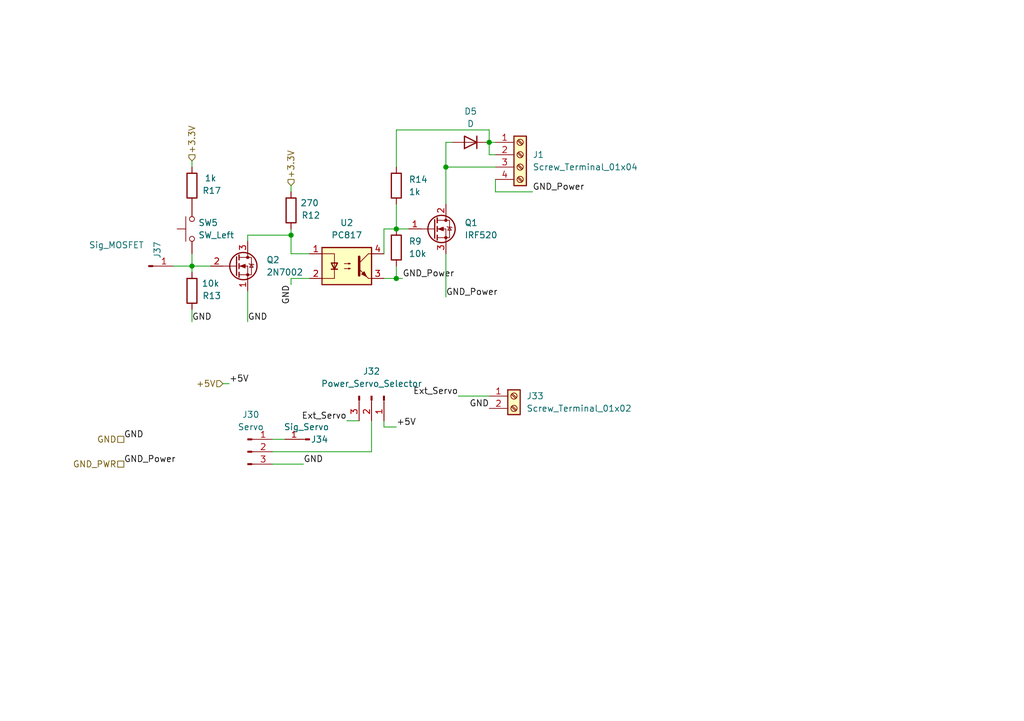
<source format=kicad_sch>
(kicad_sch (version 20231120) (generator "eeschema") (generator_version "8.0")
  (paper "A5")
  (title_block (title "Power") (date "2024-08-29") (rev "1.0") (company "Designed by CREPP-NLG"))
  (lib_symbols
    (symbol "Connector:Conn_01x01_Pin" (pin_names (offset 1.016) hide)
      (property "Reference" "J" (at 0 2.54 0))
      (property "Value" "Conn_01x01_Pin" (at 0 -2.54 0))
      (symbol "Conn_01x01_Pin_1_1"
        (polyline (pts (xy 1.27 0) (xy 0.8636 0)) (stroke (width 0.1524)))
        (rectangle (start 0.8636 0.127) (end 0 -0.127) (stroke (width 0.1524)) (fill (type outline)))
        (pin passive line (at 5.08 0 180) (length 3.81) (name "Pin_1") (number "1"))
      )
    )
    (symbol "Connector:Conn_01x03_Pin" (pin_names (offset 1.016) hide)
      (property "Reference" "J" (at 0 5.08 0))
      (property "Value" "Conn_01x03_Pin" (at 0 -5.08 0))
      (symbol "Conn_01x03_Pin_1_1"
        (polyline (pts (xy 1.27 -2.54) (xy 0.8636 -2.54)) (stroke (width 0.1524)))
        (polyline (pts (xy 1.27 0) (xy 0.8636 0)) (stroke (width 0.1524)))
        (polyline (pts (xy 1.27 2.54) (xy 0.8636 2.54)) (stroke (width 0.1524)))
        (rectangle (start 0.8636 -2.413) (end 0 -2.667) (stroke (width 0.1524)) (fill (type outline)))
        (rectangle (start 0.8636 0.127) (end 0 -0.127) (stroke (width 0.1524)) (fill (type outline)))
        (rectangle (start 0.8636 2.667) (end 0 2.413) (stroke (width 0.1524)) (fill (type outline)))
        (pin passive line (at 5.08 2.54 180) (length 3.81) (name "Pin_1") (number "1"))
        (pin passive line (at 5.08 0 180) (length 3.81) (name "Pin_2") (number "2"))
        (pin passive line (at 5.08 -2.54 180) (length 3.81) (name "Pin_3") (number "3"))
      )
    )
    (symbol "Connector:Screw_Terminal_01x02" (pin_names (offset 1.016) hide)
      (property "Reference" "J" (at 0 2.54 0))
      (property "Value" "Screw_Terminal_01x02" (at 0 -5.08 0))
      (symbol "Screw_Terminal_01x02_1_1"
        (rectangle (start -1.27 1.27) (end 1.27 -3.81) (stroke (width 0.254)) (fill (type background)))
        (circle (center 0 -2.54) (radius 0.635) (stroke (width 0.1524)))
        (polyline (pts (xy -0.5334 -2.2098) (xy 0.3302 -3.048)) (stroke (width 0.1524)))
        (polyline (pts (xy -0.5334 0.3302) (xy 0.3302 -0.508)) (stroke (width 0.1524)))
        (polyline (pts (xy -0.3556 -2.032) (xy 0.508 -2.8702)) (stroke (width 0.1524)))
        (polyline (pts (xy -0.3556 0.508) (xy 0.508 -0.3302)) (stroke (width 0.1524)))
        (circle (center 0 0) (radius 0.635) (stroke (width 0.1524)))
        (pin passive line (at -5.08 0 0) (length 3.81) (name "Pin_1") (number "1"))
        (pin passive line (at -5.08 -2.54 0) (length 3.81) (name "Pin_2") (number "2"))
      )
    )
    (symbol "Connector:Screw_Terminal_01x04" (pin_names (offset 1.016) hide)
      (property "Reference" "J" (at 0 5.08 0))
      (property "Value" "Screw_Terminal_01x04" (at 0 -7.62 0))
      (symbol "Screw_Terminal_01x04_1_1"
        (rectangle (start -1.27 3.81) (end 1.27 -6.35) (stroke (width 0.254)) (fill (type background)))
        (circle (center 0 -5.08) (radius 0.635) (stroke (width 0.1524)))
        (circle (center 0 -2.54) (radius 0.635) (stroke (width 0.1524)))
        (polyline (pts (xy -0.5334 -4.7498) (xy 0.3302 -5.588)) (stroke (width 0.1524)))
        (polyline (pts (xy -0.5334 -2.2098) (xy 0.3302 -3.048)) (stroke (width 0.1524)))
        (polyline (pts (xy -0.5334 0.3302) (xy 0.3302 -0.508)) (stroke (width 0.1524)))
        (polyline (pts (xy -0.5334 2.8702) (xy 0.3302 2.032)) (stroke (width 0.1524)))
        (polyline (pts (xy -0.3556 -4.572) (xy 0.508 -5.4102)) (stroke (width 0.1524)))
        (polyline (pts (xy -0.3556 -2.032) (xy 0.508 -2.8702)) (stroke (width 0.1524)))
        (polyline (pts (xy -0.3556 0.508) (xy 0.508 -0.3302)) (stroke (width 0.1524)))
        (polyline (pts (xy -0.3556 3.048) (xy 0.508 2.2098)) (stroke (width 0.1524)))
        (circle (center 0 0) (radius 0.635) (stroke (width 0.1524)))
        (circle (center 0 2.54) (radius 0.635) (stroke (width 0.1524)))
        (pin passive line (at -5.08 2.54 0) (length 3.81) (name "Pin_1") (number "1"))
        (pin passive line (at -5.08 0 0) (length 3.81) (name "Pin_2") (number "2"))
        (pin passive line (at -5.08 -2.54 0) (length 3.81) (name "Pin_3") (number "3"))
        (pin passive line (at -5.08 -5.08 0) (length 3.81) (name "Pin_4") (number "4"))
      )
    )
    (symbol "Device:D" (pin_numbers hide) (pin_names (offset 1.016) hide)
      (property "Reference" "D" (at 0 2.54 0))
      (property "Value" "D" (at 0 -2.54 0))
      (symbol "D_0_1"
        (polyline (pts (xy -1.27 1.27) (xy -1.27 -1.27)) (stroke (width 0.254)))
        (polyline (pts (xy 1.27 0) (xy -1.27 0)))
        (polyline (pts (xy 1.27 1.27) (xy 1.27 -1.27) (xy -1.27 0) (xy 1.27 1.27)) (stroke (width 0.254)))
      )
      (symbol "D_1_1"
        (pin passive line (at -3.81 0 0) (length 2.54) (name "K") (number "1"))
        (pin passive line (at 3.81 0 180) (length 2.54) (name "A") (number "2"))
      )
    )
    (symbol "Device:R" (pin_numbers hide) (pin_names (offset 0))
      (property "Reference" "R" (at 2.032 0 90))
      (property "Value" "R" (at 0 0 90))
      (symbol "R_0_1"
        (rectangle (start -1.016 -2.54) (end 1.016 2.54) (stroke (width 0.254)))
      )
      (symbol "R_1_1"
        (pin passive line (at 0 3.81 270) (length 1.27) (name "~") (number "1"))
        (pin passive line (at 0 -3.81 90) (length 1.27) (name "~") (number "2"))
      )
    )
    (symbol "Isolator:PC817" (pin_names (offset 1.016))
      (property "Reference" "U" (at -5.08 5.08 0))
      (property "Value" "PC817" (at 0 5.08 0))
      (symbol "PC817_0_1"
        (rectangle (start -5.08 3.81) (end 5.08 -3.81) (stroke (width 0.254)) (fill (type background)))
        (polyline (pts (xy -3.175 -0.635) (xy -1.905 -0.635)) (stroke (width 0.254)))
        (polyline (pts (xy 2.54 0.635) (xy 4.445 2.54)))
        (polyline (pts (xy 4.445 -2.54) (xy 2.54 -0.635)) (fill (type outline)))
        (polyline (pts (xy 4.445 -2.54) (xy 5.08 -2.54)))
        (polyline (pts (xy 4.445 2.54) (xy 5.08 2.54)))
        (polyline (pts (xy -5.08 2.54) (xy -2.54 2.54) (xy -2.54 -0.635)))
        (polyline (pts (xy -2.54 -0.635) (xy -2.54 -2.54) (xy -5.08 -2.54)))
        (polyline (pts (xy 2.54 1.905) (xy 2.54 -1.905) (xy 2.54 -1.905)) (stroke (width 0.508)))
        (polyline (pts (xy -2.54 -0.635) (xy -3.175 0.635) (xy -1.905 0.635) (xy -2.54 -0.635)) (stroke (width 0.254)))
        (polyline (pts (xy -0.508 -0.508) (xy 0.762 -0.508) (xy 0.381 -0.635) (xy 0.381 -0.381) (xy 0.762 -0.508)))
        (polyline (pts (xy -0.508 0.508) (xy 0.762 0.508) (xy 0.381 0.381) (xy 0.381 0.635) (xy 0.762 0.508)))
        (polyline (pts (xy 3.048 -1.651) (xy 3.556 -1.143) (xy 4.064 -2.159) (xy 3.048 -1.651) (xy 3.048 -1.651)) (fill (type outline)))
      )
      (symbol "PC817_1_1"
        (pin passive line (at -7.62 2.54 0) (length 2.54) (name "~") (number "1"))
        (pin passive line (at -7.62 -2.54 0) (length 2.54) (name "~") (number "2"))
        (pin passive line (at 7.62 -2.54 180) (length 2.54) (name "~") (number "3"))
        (pin passive line (at 7.62 2.54 180) (length 2.54) (name "~") (number "4"))
      )
    )
    (symbol "Switch:SW_Push" (pin_numbers hide) (pin_names (offset 1.016) hide)
      (property "Reference" "SW" (at 1.27 2.54 0))
      (property "Value" "SW_Push" (at 0 -1.524 0))
      (symbol "SW_Push_0_1"
        (circle (center -2.032 0) (radius 0.508))
        (polyline (pts (xy 0 1.27) (xy 0 3.048)))
        (polyline (pts (xy 2.54 1.27) (xy -2.54 1.27)))
        (circle (center 2.032 0) (radius 0.508))
        (pin passive line (at -5.08 0 0) (length 2.54) (name "1") (number "1"))
        (pin passive line (at 5.08 0 180) (length 2.54) (name "2") (number "2"))
      )
    )
    (symbol "Transistor_FET:2N7000" (pin_names hide)
      (property "Reference" "Q" (at 5.08 1.905 0))
      (property "Value" "2N7000" (at 5.08 0 0))
      (symbol "2N7000_0_1"
        (polyline (pts (xy 0.254 0) (xy -2.54 0)))
        (polyline (pts (xy 0.254 1.905) (xy 0.254 -1.905)) (stroke (width 0.254)))
        (polyline (pts (xy 0.762 -1.27) (xy 0.762 -2.286)) (stroke (width 0.254)))
        (polyline (pts (xy 0.762 0.508) (xy 0.762 -0.508)) (stroke (width 0.254)))
        (polyline (pts (xy 0.762 2.286) (xy 0.762 1.27)) (stroke (width 0.254)))
        (polyline (pts (xy 2.54 2.54) (xy 2.54 1.778)))
        (polyline (pts (xy 2.54 -2.54) (xy 2.54 0) (xy 0.762 0)))
        (polyline (pts (xy 0.762 -1.778) (xy 3.302 -1.778) (xy 3.302 1.778) (xy 0.762 1.778)))
        (polyline (pts (xy 1.016 0) (xy 2.032 0.381) (xy 2.032 -0.381) (xy 1.016 0)) (fill (type outline)))
        (polyline (pts (xy 2.794 0.508) (xy 2.921 0.381) (xy 3.683 0.381) (xy 3.81 0.254)))
        (polyline (pts (xy 3.302 0.381) (xy 2.921 -0.254) (xy 3.683 -0.254) (xy 3.302 0.381)))
        (circle (center 1.651 0) (radius 2.794) (stroke (width 0.254)))
        (circle (center 2.54 -1.778) (radius 0.254) (fill (type outline)))
        (circle (center 2.54 1.778) (radius 0.254) (fill (type outline)))
      )
      (symbol "2N7000_1_1"
        (pin passive line (at 2.54 -5.08 90) (length 2.54) (name "S") (number "1"))
        (pin input line (at -5.08 0 0) (length 2.54) (name "G") (number "2"))
        (pin passive line (at 2.54 5.08 270) (length 2.54) (name "D") (number "3"))
      )
    )
    (symbol "Transistor_FET:IRF540N" (pin_names hide)
      (property "Reference" "Q" (at 5.08 1.905 0))
      (property "Value" "IRF540N" (at 5.08 0 0))
      (symbol "IRF540N_0_1"
        (polyline (pts (xy 0.254 0) (xy -2.54 0)))
        (polyline (pts (xy 0.254 1.905) (xy 0.254 -1.905)) (stroke (width 0.254)))
        (polyline (pts (xy 0.762 -1.27) (xy 0.762 -2.286)) (stroke (width 0.254)))
        (polyline (pts (xy 0.762 0.508) (xy 0.762 -0.508)) (stroke (width 0.254)))
        (polyline (pts (xy 0.762 2.286) (xy 0.762 1.27)) (stroke (width 0.254)))
        (polyline (pts (xy 2.54 2.54) (xy 2.54 1.778)))
        (polyline (pts (xy 2.54 -2.54) (xy 2.54 0) (xy 0.762 0)))
        (polyline (pts (xy 0.762 -1.778) (xy 3.302 -1.778) (xy 3.302 1.778) (xy 0.762 1.778)))
        (polyline (pts (xy 1.016 0) (xy 2.032 0.381) (xy 2.032 -0.381) (xy 1.016 0)) (fill (type outline)))
        (polyline (pts (xy 2.794 0.508) (xy 2.921 0.381) (xy 3.683 0.381) (xy 3.81 0.254)))
        (polyline (pts (xy 3.302 0.381) (xy 2.921 -0.254) (xy 3.683 -0.254) (xy 3.302 0.381)))
        (circle (center 1.651 0) (radius 2.794) (stroke (width 0.254)))
        (circle (center 2.54 -1.778) (radius 0.254) (fill (type outline)))
        (circle (center 2.54 1.778) (radius 0.254) (fill (type outline)))
      )
      (symbol "IRF540N_1_1"
        (pin input line (at -5.08 0 0) (length 2.54) (name "G") (number "1"))
        (pin passive line (at 2.54 5.08 270) (length 2.54) (name "D") (number "2"))
        (pin passive line (at 2.54 -5.08 90) (length 2.54) (name "S") (number "3"))
      )
    )
  )
  (junction (at 81.28 46.99))
  (junction (at 81.28 57.15))
  (junction (at 100.33 29.21))
  (junction (at 59.69 48.26))
  (junction (at 91.44 34.29))
  (junction (at 39.37 54.61))
  (wire (pts (xy 39.37 63.5) (xy 39.37 66.04)))
  (wire (pts (xy 39.37 33.02) (xy 39.37 34.29)))
  (wire (pts (xy 78.74 87.63) (xy 78.74 86.36)))
  (wire (pts (xy 71.12 86.36) (xy 73.66 86.36)))
  (wire (pts (xy 100.33 29.21) (xy 100.33 26.67)))
  (wire (pts (xy 91.44 52.07) (xy 91.44 60.96)))
  (wire (pts (xy 81.28 57.15) (xy 78.74 57.15)))
  (wire (pts (xy 45.72 78.74) (xy 46.99 78.74)))
  (wire (pts (xy 39.37 55.88) (xy 39.37 54.61)))
  (wire (pts (xy 76.2 92.71) (xy 55.88 92.71)))
  (wire (pts (xy 81.28 46.99) (xy 83.82 46.99)))
  (wire (pts (xy 100.33 31.75) (xy 101.6 31.75)))
  (wire (pts (xy 100.33 29.21) (xy 100.33 31.75)))
  (wire (pts (xy 55.88 95.25) (xy 62.23 95.25)))
  (wire (pts (xy 81.28 26.67) (xy 81.28 34.29)))
  (wire (pts (xy 93.98 81.28) (xy 100.33 81.28)))
  (wire (pts (xy 59.69 52.07) (xy 59.69 48.26)))
  (wire (pts (xy 82.55 57.15) (xy 81.28 57.15)))
  (wire (pts (xy 39.37 54.61) (xy 43.18 54.61)))
  (wire (pts (xy 59.69 57.15) (xy 63.5 57.15)))
  (wire (pts (xy 91.44 34.29) (xy 91.44 41.91)))
  (wire (pts (xy 39.37 52.07) (xy 39.37 54.61)))
  (wire (pts (xy 101.6 34.29) (xy 91.44 34.29)))
  (wire (pts (xy 50.8 48.26) (xy 59.69 48.26)))
  (wire (pts (xy 59.69 46.99) (xy 59.69 48.26)))
  (wire (pts (xy 78.74 46.99) (xy 81.28 46.99)))
  (wire (pts (xy 100.33 26.67) (xy 81.28 26.67)))
  (wire (pts (xy 50.8 59.69) (xy 50.8 66.04)))
  (wire (pts (xy 59.69 58.42) (xy 59.69 57.15)))
  (wire (pts (xy 35.56 54.61) (xy 39.37 54.61)))
  (wire (pts (xy 76.2 86.36) (xy 76.2 92.71)))
  (wire (pts (xy 92.71 29.21) (xy 91.44 29.21)))
  (wire (pts (xy 81.28 41.91) (xy 81.28 46.99)))
  (wire (pts (xy 109.22 39.37) (xy 101.6 39.37)))
  (wire (pts (xy 59.69 52.07) (xy 63.5 52.07)))
  (wire (pts (xy 81.28 54.61) (xy 81.28 57.15)))
  (wire (pts (xy 101.6 29.21) (xy 100.33 29.21)))
  (wire (pts (xy 78.74 52.07) (xy 78.74 46.99)))
  (wire (pts (xy 101.6 39.37) (xy 101.6 36.83)))
  (wire (pts (xy 50.8 49.53) (xy 50.8 48.26)))
  (wire (pts (xy 59.69 38.1) (xy 59.69 39.37)))
  (wire (pts (xy 91.44 29.21) (xy 91.44 34.29)))
  (wire (pts (xy 55.88 90.17) (xy 58.42 90.17)))
  (wire (pts (xy 81.28 87.63) (xy 78.74 87.63)))
  (label "GND_Power" (at 25.4 95.25 0))
  (label "GND" (at 39.37 66.04 0))
  (label "Ext_Servo" (at 93.98 81.28 180))
  (label "GND_Power" (at 82.55 57.15 0))
  (label "GND_Power" (at 109.22 39.37 0))
  (label "+5V" (at 81.28 87.63 0))
  (label "GND_Power" (at 91.44 60.96 0))
  (label "+5V" (at 46.99 78.74 0))
  (label "GND" (at 50.8 66.04 0))
  (label "GND" (at 25.4 90.17 0))
  (label "GND" (at 100.33 83.82 180))
  (label "GND" (at 59.69 58.42 270))
  (label "GND" (at 62.23 95.25 0))
  (label "Ext_Servo" (at 71.12 86.36 180))
  (hierarchical_label "+3.3V" (shape input) (at 39.37 33.02 90))
  (hierarchical_label "GND" (shape passive) (at 25.4 90.17 180))
  (hierarchical_label "+5V" (shape input) (at 45.72 78.74 180))
  (hierarchical_label "+3.3V" (shape input) (at 59.69 38.1 90))
  (hierarchical_label "GND_PWR" (shape passive) (at 25.4 95.25 180))
  (symbol (lib_id "Connector:Conn_01x01_Pin") (at 63.5 90.17 180) (unit 1)
    (property "Reference" "J34" (at 65.532 90.17 0))
    (property "Value" "Sig_Servo" (at 62.865 87.63 0))
    (property "Footprint" "Connector_PinHeader_2.54mm:PinHeader_1x01_P2.54mm_Vertical" (effects (hide yes)))
    (property "Description" "Generic connector, single row, 01x01, script generated" (effects (hide yes)))
  )
  (symbol (lib_id "Transistor_FET:2N7000") (at 48.26 54.61 0) (unit 1)
    (property "Reference" "Q2" (at 54.61 53.3399 0) (effects (justify left)))
    (property "Value" "2N7002" (at 54.61 55.8799 0) (effects (justify left)))
    (property "Footprint" "Package_TO_SOT_THT:TO-92_Inline" (effects (hide yes)))
    (property "Datasheet" "https://www.vishay.com/docs/70226/70226.pdf" (effects (hide yes)))
    (property "Description" "0.2A Id, 200V Vds, N-Channel MOSFET, 2.6V Logic Level, TO-92" (effects (hide yes)))
  )
  (symbol (lib_id "Connector:Screw_Terminal_01x04") (at 106.68 31.75 0) (unit 1)
    (property "Reference" "J1" (at 109.22 31.7499 0) (effects (justify left)))
    (property "Value" "Screw_Terminal_01x04" (at 109.22 34.2899 0) (effects (justify left)))
    (property "Footprint" "TerminalBlock_Phoenix:TerminalBlock_Phoenix_MKDS-1,5-4-5.08_1x04_P5.08mm_Horizontal" (effects (hide yes)))
    (property "Description" "Generic screw terminal, single row, 01x04, script generated (kicad-library-utils/schlib/autogen/connector/)" (effects (hide yes)))
  )
  (symbol (lib_id "Isolator:PC817") (at 71.12 54.61 0) (unit 1)
    (property "Reference" "U2" (at 71.12 45.72 0))
    (property "Value" "PC817" (at 71.12 48.26 0))
    (property "Footprint" "Package_DIP:DIP-4_W7.62mm" (effects (hide yes)))
    (property "Datasheet" "http://www.soselectronic.cz/a_info/resource/d/pc817.pdf" (effects (hide yes)))
    (property "Description" "DC Optocoupler, Vce 35V, CTR 50-300%, DIP-4" (effects (hide yes)))
  )
  (symbol (lib_id "Connector:Conn_01x01_Pin") (at 30.48 54.61 0) (unit 1)
    (property "Reference" "J37" (at 32.258 51.308 90))
    (property "Value" "Sig_MOSFET" (at 23.876 50.292 0))
    (property "Footprint" "Connector_PinHeader_2.54mm:PinHeader_1x01_P2.54mm_Vertical" (effects (hide yes)))
    (property "Description" "Generic connector, single row, 01x01, script generated" (effects (hide yes)))
  )
  (symbol (lib_id "Device:R") (at 39.37 59.69 180) (unit 1)
    (property "Reference" "R13" (at 43.434 60.706 0))
    (property "Value" "10k" (at 43.18 58.166 0))
    (property "Footprint" "Resistor_THT:R_Axial_DIN0207_L6.3mm_D2.5mm_P7.62mm_Horizontal" (effects (hide yes)))
    (property "Description" "Resistor" (effects (hide yes)))
  )
  (symbol (lib_id "Device:R") (at 39.37 38.1 180) (unit 1)
    (property "Reference" "R17" (at 43.434 39.116 0))
    (property "Value" "1k" (at 43.18 36.576 0))
    (property "Footprint" "Resistor_THT:R_Axial_DIN0207_L6.3mm_D2.5mm_P7.62mm_Horizontal" (effects (hide yes)))
    (property "Description" "Resistor" (effects (hide yes)))
  )
  (symbol (lib_id "Device:D") (at 96.52 29.21 180) (unit 1)
    (property "Reference" "D5" (at 96.52 22.86 0))
    (property "Value" "D" (at 96.52 25.4 0))
    (property "Footprint" "Diode_THT:D_A-405_P7.62mm_Horizontal" (effects (hide yes)))
    (property "Description" "Diode" (effects (hide yes)))
    (property "Sim.Device" "D" (effects (hide yes)))
    (property "Sim.Pins" "1=K 2=A" (effects (hide yes)))
  )
  (symbol (lib_id "Device:R") (at 59.69 43.18 180) (unit 1)
    (property "Reference" "R12" (at 63.754 44.196 0))
    (property "Value" "270" (at 63.5 41.656 0))
    (property "Footprint" "Resistor_THT:R_Axial_DIN0207_L6.3mm_D2.5mm_P7.62mm_Horizontal" (effects (hide yes)))
    (property "Description" "Resistor" (effects (hide yes)))
  )
  (symbol (lib_id "Connector:Conn_01x03_Pin") (at 50.8 92.71 0) (unit 1)
    (property "Reference" "J30" (at 51.435 85.09 0))
    (property "Value" "Servo" (at 51.435 87.63 0))
    (property "Footprint" "Connector_PinHeader_2.54mm:PinHeader_1x03_P2.54mm_Vertical" (effects (hide yes)))
    (property "Description" "Generic connector, single row, 01x03, script generated" (effects (hide yes)))
  )
  (symbol (lib_id "Connector:Screw_Terminal_01x02") (at 105.41 81.28 0) (unit 1)
    (property "Reference" "J33" (at 107.95 81.2799 0) (effects (justify left)))
    (property "Value" "Screw_Terminal_01x02" (at 107.95 83.8199 0) (effects (justify left)))
    (property "Footprint" "TerminalBlock_Phoenix:TerminalBlock_Phoenix_MKDS-1,5-2_1x02_P5.00mm_Horizontal" (effects (hide yes)))
    (property "Description" "Generic screw terminal, single row, 01x02, script generated (kicad-library-utils/schlib/autogen/connector/)" (effects (hide yes)))
  )
  (symbol (lib_id "Device:R") (at 81.28 50.8 0) (unit 1)
    (property "Reference" "R9" (at 83.82 49.5299 0) (effects (justify left)))
    (property "Value" "10k" (at 83.82 52.0699 0) (effects (justify left)))
    (property "Footprint" "Resistor_THT:R_Axial_DIN0207_L6.3mm_D2.5mm_P7.62mm_Horizontal" (effects (hide yes)))
    (property "Description" "Resistor" (effects (hide yes)))
  )
  (symbol (lib_id "Device:R") (at 81.28 38.1 0) (unit 1)
    (property "Reference" "R14" (at 83.82 36.8299 0) (effects (justify left)))
    (property "Value" "1k" (at 83.82 39.3699 0) (effects (justify left)))
    (property "Footprint" "Resistor_THT:R_Axial_DIN0207_L6.3mm_D2.5mm_P7.62mm_Horizontal" (effects (hide yes)))
    (property "Description" "Resistor" (effects (hide yes)))
  )
  (symbol (lib_id "Transistor_FET:IRF540N") (at 88.9 46.99 0) (unit 1)
    (property "Reference" "Q1" (at 95.25 45.7199 0) (effects (justify left)))
    (property "Value" "IRF520" (at 95.25 48.2599 0) (effects (justify left)))
    (property "Footprint" "Package_TO_SOT_THT:TO-220-3_Vertical" (effects (hide yes)))
    (property "Datasheet" "http://www.irf.com/product-info/datasheets/data/irf540n.pdf" (effects (hide yes)))
    (property "Description" "33A Id, 100V Vds, HEXFET N-Channel MOSFET, TO-220" (effects (hide yes)))
  )
  (symbol (lib_id "Switch:SW_Push") (at 39.37 46.99 90) (unit 1)
    (property "Reference" "SW5" (at 40.64 45.7199 90) (effects (justify right)))
    (property "Value" "SW_Left" (at 40.64 48.2599 90) (effects (justify right)))
    (property "Footprint" "Button_Switch_THT:SW_PUSH_6mm" (effects (hide yes)))
    (property "Description" "Push button switch, generic, two pins" (effects (hide yes)))
  )
  (symbol (lib_id "Connector:Conn_01x03_Pin") (at 76.2 81.28 270) (unit 1)
    (property "Reference" "J32" (at 76.2 76.2 90))
    (property "Value" "Power_Servo_Selector" (at 76.2 78.74 90))
    (property "Footprint" "Connector_PinHeader_2.54mm:PinHeader_1x03_P2.54mm_Vertical" (effects (hide yes)))
    (property "Description" "Generic connector, single row, 01x03, script generated" (effects (hide yes)))
  )
)
</source>
